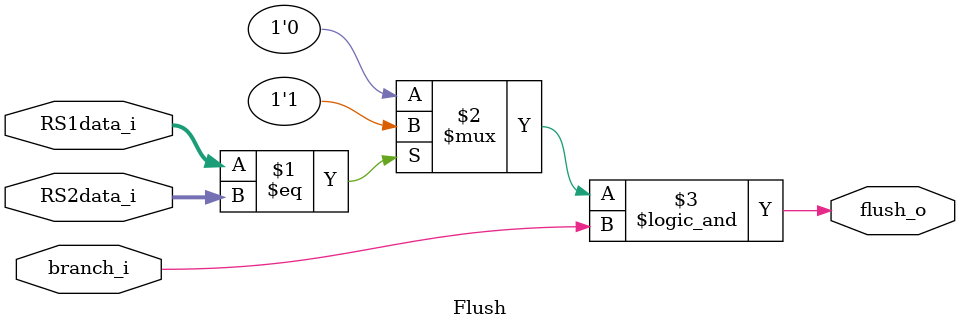
<source format=v>
module Flush (
    input [31:0] RS1data_i,
    input [31:0] RS2data_i,
    input branch_i,
    output flush_o
);

assign flush_o = ((RS1data_i == RS2data_i) ? 1'b1 : 1'b0) && branch_i;
    
endmodule
</source>
